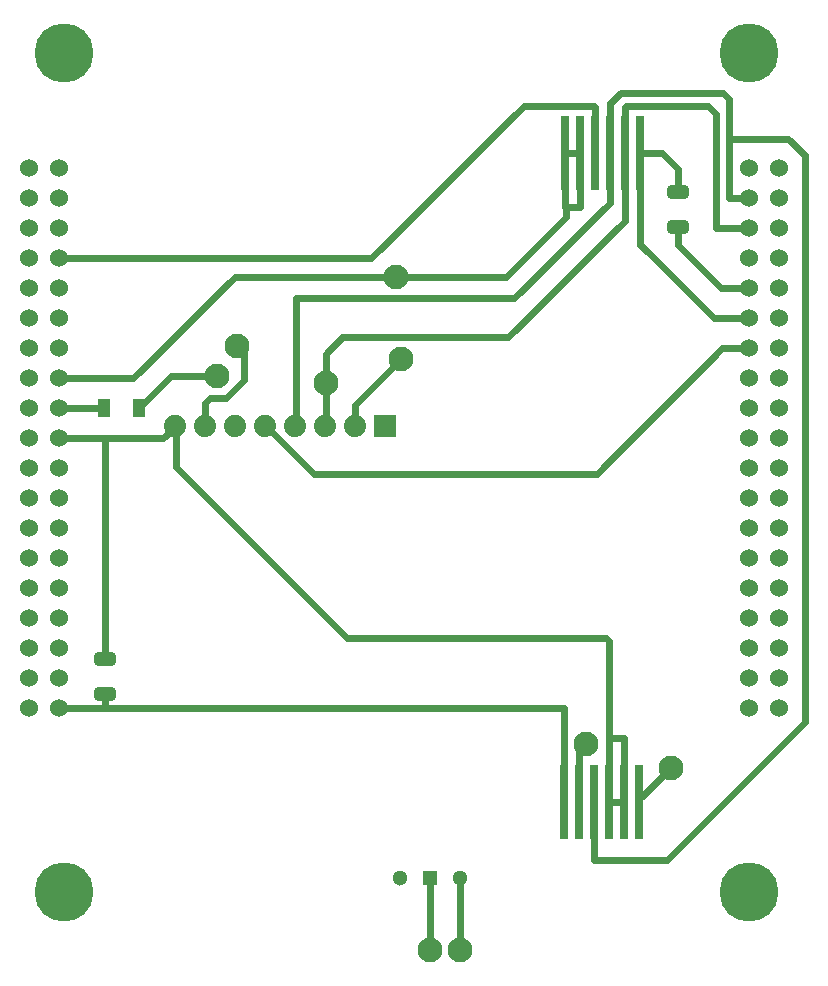
<source format=gbr>
%TF.GenerationSoftware,KiCad,Pcbnew,9.0.2*%
%TF.CreationDate,2025-05-16T17:18:38+02:00*%
%TF.ProjectId,PCB_accueil_STM,5043425f-6163-4637-9565-696c5f53544d,rev?*%
%TF.SameCoordinates,Original*%
%TF.FileFunction,Copper,L2,Bot*%
%TF.FilePolarity,Positive*%
%FSLAX46Y46*%
G04 Gerber Fmt 4.6, Leading zero omitted, Abs format (unit mm)*
G04 Created by KiCad (PCBNEW 9.0.2) date 2025-05-16 17:18:38*
%MOMM*%
%LPD*%
G01*
G04 APERTURE LIST*
G04 Aperture macros list*
%AMRoundRect*
0 Rectangle with rounded corners*
0 $1 Rounding radius*
0 $2 $3 $4 $5 $6 $7 $8 $9 X,Y pos of 4 corners*
0 Add a 4 corners polygon primitive as box body*
4,1,4,$2,$3,$4,$5,$6,$7,$8,$9,$2,$3,0*
0 Add four circle primitives for the rounded corners*
1,1,$1+$1,$2,$3*
1,1,$1+$1,$4,$5*
1,1,$1+$1,$6,$7*
1,1,$1+$1,$8,$9*
0 Add four rect primitives between the rounded corners*
20,1,$1+$1,$2,$3,$4,$5,0*
20,1,$1+$1,$4,$5,$6,$7,0*
20,1,$1+$1,$6,$7,$8,$9,0*
20,1,$1+$1,$8,$9,$2,$3,0*%
G04 Aperture macros list end*
%TA.AperFunction,ComponentPad*%
%ADD10C,1.524000*%
%TD*%
%TA.AperFunction,WasherPad*%
%ADD11C,5.000000*%
%TD*%
%TA.AperFunction,ComponentPad*%
%ADD12R,1.300000X1.300000*%
%TD*%
%TA.AperFunction,ComponentPad*%
%ADD13C,1.300000*%
%TD*%
%TA.AperFunction,ComponentPad*%
%ADD14R,1.879600X1.879600*%
%TD*%
%TA.AperFunction,ComponentPad*%
%ADD15C,1.879600*%
%TD*%
%TA.AperFunction,SMDPad,CuDef*%
%ADD16R,0.760000X6.350000*%
%TD*%
%TA.AperFunction,SMDPad,CuDef*%
%ADD17RoundRect,0.250000X0.650000X-0.325000X0.650000X0.325000X-0.650000X0.325000X-0.650000X-0.325000X0*%
%TD*%
%TA.AperFunction,SMDPad,CuDef*%
%ADD18R,1.000000X1.600000*%
%TD*%
%TA.AperFunction,SMDPad,CuDef*%
%ADD19RoundRect,0.250000X-0.650000X0.325000X-0.650000X-0.325000X0.650000X-0.325000X0.650000X0.325000X0*%
%TD*%
%TA.AperFunction,ViaPad*%
%ADD20C,2.100000*%
%TD*%
%TA.AperFunction,Conductor*%
%ADD21C,0.600000*%
%TD*%
G04 APERTURE END LIST*
D10*
%TO.P,CN7,1,I2C3_SDA/PB11*%
%TO.N,unconnected-(CN7-I2C3_SDA{slash}PB11-Pad1)*%
X123016000Y-70980000D03*
%TO.P,CN7,2,PB2*%
%TO.N,unconnected-(CN7-PB2-Pad2)*%
X125556000Y-70980000D03*
%TO.P,CN7,3,PC5*%
%TO.N,unconnected-(CN7-PC5-Pad3)*%
X123016000Y-73520000D03*
%TO.P,CN7,4,PE4*%
%TO.N,unconnected-(CN7-PE4-Pad4)*%
X125556000Y-73520000D03*
%TO.P,CN7,5,VCC*%
%TO.N,unconnected-(CN7-VCC-Pad5)*%
X123016000Y-76060000D03*
%TO.P,CN7,6,5V_EXT*%
%TO.N,unconnected-(CN7-5V_EXT-Pad6)*%
X125556000Y-76060000D03*
%TO.P,CN7,7,BOOT0*%
%TO.N,unconnected-(CN7-BOOT0-Pad7)*%
X123016000Y-78600000D03*
%TO.P,CN7,8,GND*%
%TO.N,GND*%
X125556000Y-78600000D03*
%TO.P,CN7,9*%
%TO.N,unconnected-(CN7-Pad9)*%
X123016000Y-81140000D03*
%TO.P,CN7,10*%
%TO.N,unconnected-(CN7-Pad10)*%
X125556000Y-81140000D03*
%TO.P,CN7,11*%
%TO.N,unconnected-(CN7-Pad11)*%
X123016000Y-83680000D03*
%TO.P,CN7,12,IOREF*%
%TO.N,unconnected-(CN7-IOREF-Pad12)*%
X125556000Y-83680000D03*
%TO.P,CN7,13,PA13*%
%TO.N,unconnected-(CN7-PA13-Pad13)*%
X123016000Y-86220000D03*
%TO.P,CN7,14,NRST*%
%TO.N,unconnected-(CN7-NRST-Pad14)*%
X125556000Y-86220000D03*
%TO.P,CN7,15,PA14*%
%TO.N,unconnected-(CN7-PA14-Pad15)*%
X123016000Y-88760000D03*
%TO.P,CN7,16,3V3*%
%TO.N,+3V3*%
X125556000Y-88760000D03*
%TO.P,CN7,17*%
%TO.N,unconnected-(CN7-Pad17)*%
X123016000Y-91300000D03*
%TO.P,CN7,18,5V*%
%TO.N,VBAT*%
X125556000Y-91300000D03*
%TO.P,CN7,19,GND*%
%TO.N,unconnected-(CN7-GND-Pad19)*%
X123016000Y-93840000D03*
%TO.P,CN7,20,GND*%
%TO.N,GND2*%
X125556000Y-93840000D03*
%TO.P,CN7,21*%
%TO.N,unconnected-(CN7-Pad21)*%
X123016000Y-96380000D03*
%TO.P,CN7,22*%
%TO.N,unconnected-(CN7-Pad22)*%
X125556000Y-96380000D03*
%TO.P,CN7,23*%
%TO.N,unconnected-(CN7-Pad23)*%
X123016000Y-98920000D03*
%TO.P,CN7,24,VIN*%
%TO.N,unconnected-(CN7-VIN-Pad24)*%
X125556000Y-98920000D03*
%TO.P,CN7,25,PC14*%
%TO.N,unconnected-(CN7-PC14-Pad25)*%
X123016000Y-101460000D03*
%TO.P,CN7,26*%
%TO.N,unconnected-(CN7-Pad26)*%
X125556000Y-101460000D03*
%TO.P,CN7,27,PC15*%
%TO.N,unconnected-(CN7-PC15-Pad27)*%
X123016000Y-104000000D03*
%TO.P,CN7,28,I2C3_SCL/PC0*%
%TO.N,unconnected-(CN7-I2C3_SCL{slash}PC0-Pad28)*%
X125556000Y-104000000D03*
%TO.P,CN7,29,OSC_IN*%
%TO.N,unconnected-(CN7-OSC_IN-Pad29)*%
X123016000Y-106540000D03*
%TO.P,CN7,30,I2C3_SDA/PC1*%
%TO.N,unconnected-(CN7-I2C3_SDA{slash}PC1-Pad30)*%
X125556000Y-106540000D03*
%TO.P,CN7,31,OSC_OUT*%
%TO.N,unconnected-(CN7-OSC_OUT-Pad31)*%
X123016000Y-109080000D03*
%TO.P,CN7,32,PA1*%
%TO.N,unconnected-(CN7-PA1-Pad32)*%
X125556000Y-109080000D03*
%TO.P,CN7,33,VBAT*%
%TO.N,unconnected-(CN7-VBAT-Pad33)*%
X123016000Y-111620000D03*
%TO.P,CN7,34,PA0*%
%TO.N,unconnected-(CN7-PA0-Pad34)*%
X125556000Y-111620000D03*
%TO.P,CN7,35*%
%TO.N,unconnected-(CN7-Pad35)*%
X123016000Y-114160000D03*
%TO.P,CN7,36,PC3*%
%TO.N,unconnected-(CN7-PC3-Pad36)*%
X125556000Y-114160000D03*
%TO.P,CN7,37*%
%TO.N,unconnected-(CN7-Pad37)*%
X123016000Y-116700000D03*
%TO.P,CN7,38,PC2*%
%TO.N,/temoin_connexion_bas*%
X125556000Y-116700000D03*
%TD*%
%TO.P,CN10,1,PC4*%
%TO.N,unconnected-(CN10-PC4-Pad1)*%
X183976000Y-70980000D03*
%TO.P,CN10,2*%
%TO.N,unconnected-(CN10-Pad2)*%
X186516000Y-70980000D03*
%TO.P,CN10,3,I2C1_SCL/PB8*%
%TO.N,/I2C_SCL*%
X183976000Y-73520000D03*
%TO.P,CN10,4,I2C3_SDA/PB4*%
%TO.N,unconnected-(CN10-I2C3_SDA{slash}PB4-Pad4)*%
X186516000Y-73520000D03*
%TO.P,CN10,5,I2C1_SDA/PB9*%
%TO.N,/I2C_SDA*%
X183976000Y-76060000D03*
%TO.P,CN10,6,PB7*%
%TO.N,unconnected-(CN10-PB7-Pad6)*%
X186516000Y-76060000D03*
%TO.P,CN10,7,AVDD*%
%TO.N,unconnected-(CN10-AVDD-Pad7)*%
X183976000Y-78600000D03*
%TO.P,CN10,8,5V_USB*%
%TO.N,unconnected-(CN10-5V_USB-Pad8)*%
X186516000Y-78600000D03*
%TO.P,CN10,9,GND*%
%TO.N,GND3*%
X183976000Y-81140000D03*
%TO.P,CN10,10*%
%TO.N,unconnected-(CN10-Pad10)*%
X186516000Y-81140000D03*
%TO.P,CN10,11,PA5*%
%TO.N,/temoin_connexion_haut*%
X183976000Y-83680000D03*
%TO.P,CN10,12*%
%TO.N,unconnected-(CN10-Pad12)*%
X186516000Y-83680000D03*
%TO.P,CN10,13,PA6*%
%TO.N,/INT_LOW_BAT*%
X183976000Y-86220000D03*
%TO.P,CN10,14*%
%TO.N,unconnected-(CN10-Pad14)*%
X186516000Y-86220000D03*
%TO.P,CN10,15,I2C3_SCL/PA7*%
%TO.N,unconnected-(CN10-I2C3_SCL{slash}PA7-Pad15)*%
X183976000Y-88760000D03*
%TO.P,CN10,16,PB12*%
%TO.N,unconnected-(CN10-PB12-Pad16)*%
X186516000Y-88760000D03*
%TO.P,CN10,17,PA4*%
%TO.N,unconnected-(CN10-PA4-Pad17)*%
X183976000Y-91300000D03*
%TO.P,CN10,18*%
%TO.N,unconnected-(CN10-Pad18)*%
X186516000Y-91300000D03*
%TO.P,CN10,19,I2C1_SCL/PA9*%
%TO.N,unconnected-(CN10-I2C1_SCL{slash}PA9-Pad19)*%
X183976000Y-93840000D03*
%TO.P,CN10,20,GND*%
%TO.N,unconnected-(CN10-GND-Pad20)*%
X186516000Y-93840000D03*
%TO.P,CN10,21,PC12*%
%TO.N,unconnected-(CN10-PC12-Pad21)*%
X183976000Y-96380000D03*
%TO.P,CN10,22,LED2/PB0*%
%TO.N,unconnected-(CN10-LED2{slash}PB0-Pad22)*%
X186516000Y-96380000D03*
%TO.P,CN10,23,PC13*%
%TO.N,unconnected-(CN10-PC13-Pad23)*%
X183976000Y-98920000D03*
%TO.P,CN10,24,LED3/PB1*%
%TO.N,unconnected-(CN10-LED3{slash}PB1-Pad24)*%
X186516000Y-98920000D03*
%TO.P,CN10,25,PA8*%
%TO.N,unconnected-(CN10-PA8-Pad25)*%
X183976000Y-101460000D03*
%TO.P,CN10,26,PB15*%
%TO.N,unconnected-(CN10-PB15-Pad26)*%
X186516000Y-101460000D03*
%TO.P,CN10,27,PA15*%
%TO.N,unconnected-(CN10-PA15-Pad27)*%
X183976000Y-104000000D03*
%TO.P,CN10,28,I2C3_SDA/PB14*%
%TO.N,unconnected-(CN10-I2C3_SDA{slash}PB14-Pad28)*%
X186516000Y-104000000D03*
%TO.P,CN10,29,PC10*%
%TO.N,unconnected-(CN10-PC10-Pad29)*%
X183976000Y-106540000D03*
%TO.P,CN10,30,I2C3_SCL/PB13*%
%TO.N,unconnected-(CN10-I2C3_SCL{slash}PB13-Pad30)*%
X186516000Y-106540000D03*
%TO.P,CN10,31,I2C1_SDA/PA10*%
%TO.N,unconnected-(CN10-I2C1_SDA{slash}PA10-Pad31)*%
X183976000Y-109080000D03*
%TO.P,CN10,32,AGND*%
%TO.N,unconnected-(CN10-AGND-Pad32)*%
X186516000Y-109080000D03*
%TO.P,CN10,33,PC6*%
%TO.N,unconnected-(CN10-PC6-Pad33)*%
X183976000Y-111620000D03*
%TO.P,CN10,34,PB6*%
%TO.N,unconnected-(CN10-PB6-Pad34)*%
X186516000Y-111620000D03*
%TO.P,CN10,35,PA2*%
%TO.N,unconnected-(CN10-PA2-Pad35)*%
X183976000Y-114160000D03*
%TO.P,CN10,36,PD0*%
%TO.N,unconnected-(CN10-PD0-Pad36)*%
X186516000Y-114160000D03*
%TO.P,CN10,37,PA3*%
%TO.N,unconnected-(CN10-PA3-Pad37)*%
X183976000Y-116700000D03*
%TO.P,CN10,38,PD1*%
%TO.N,unconnected-(CN10-PD1-Pad38)*%
X186516000Y-116700000D03*
%TD*%
D11*
%TO.P,1PIN,*%
%TO.N,*%
X126016000Y-132200000D03*
%TD*%
%TO.P,1PIN,*%
%TO.N,*%
X184016000Y-132200000D03*
%TD*%
D12*
%TO.P,S1,1,COM*%
%TO.N,Net-(J3-Pin_7)*%
X156972000Y-131064000D03*
D13*
%TO.P,S1,2,NO*%
%TO.N,Net-(D1-A)*%
X159512000Y-131064000D03*
%TO.P,S1,3,NC*%
%TO.N,unconnected-(S1-NC-Pad3)*%
X154432000Y-131064000D03*
%TD*%
D11*
%TO.P,1PIN,*%
%TO.N,*%
X184016000Y-61200000D03*
%TD*%
D14*
%TO.P,J3,1,Pin_1*%
%TO.N,unconnected-(J3-Pin_1-Pad1)*%
X153212800Y-92798900D03*
D15*
%TO.P,J3,2,Pin_2*%
%TO.N,+3V3*%
X150672800Y-92798900D03*
%TO.P,J3,3,Pin_3*%
%TO.N,/I2C_SDA*%
X148132800Y-92798900D03*
%TO.P,J3,4,Pin_4*%
%TO.N,/I2C_SCL*%
X145592800Y-92798900D03*
%TO.P,J3,5,Pin_5*%
%TO.N,/INT_LOW_BAT*%
X143052800Y-92798900D03*
%TO.P,J3,6,Pin_6*%
%TO.N,unconnected-(J3-Pin_6-Pad6)*%
X140512800Y-92798900D03*
%TO.P,J3,7,Pin_7*%
%TO.N,Net-(J3-Pin_7)*%
X137972800Y-92798900D03*
%TO.P,J3,8,Pin_8*%
%TO.N,GND2*%
X135432800Y-92798900D03*
%TD*%
D11*
%TO.P,1PIN,*%
%TO.N,*%
X126016000Y-61195600D03*
%TD*%
D16*
%TO.P,J2,1*%
%TO.N,+3V3*%
X174711000Y-124635000D03*
%TO.P,J2,2*%
%TO.N,GND2*%
X173441000Y-124635000D03*
%TO.P,J2,3*%
X172171000Y-124635000D03*
%TO.P,J2,4*%
%TO.N,/I2C_SCL*%
X170901000Y-124635000D03*
%TO.P,J2,5*%
%TO.N,/I2C_SDA*%
X169631000Y-124635000D03*
%TO.P,J2,6*%
%TO.N,/temoin_connexion_bas*%
X168361000Y-124635000D03*
%TD*%
D17*
%TO.P,R2,1*%
%TO.N,/temoin_connexion_bas*%
X129500000Y-115475000D03*
%TO.P,R2,2*%
%TO.N,GND2*%
X129500000Y-112525000D03*
%TD*%
D18*
%TO.P,D1,1,K*%
%TO.N,VBAT*%
X129386200Y-91287600D03*
%TO.P,D1,2,A*%
%TO.N,Net-(D1-A)*%
X132386200Y-91287600D03*
%TD*%
D16*
%TO.P,J1,1*%
%TO.N,+3V3*%
X168427400Y-69631340D03*
%TO.P,J1,2*%
X169697400Y-69631340D03*
%TO.P,J1,3*%
%TO.N,GND*%
X170967400Y-69631340D03*
%TO.P,J1,4*%
%TO.N,/I2C_SCL*%
X172237400Y-69631340D03*
%TO.P,J1,5*%
%TO.N,/I2C_SDA*%
X173507400Y-69631340D03*
%TO.P,J1,6*%
%TO.N,/temoin_connexion_haut*%
X174777400Y-69631340D03*
%TD*%
D19*
%TO.P,R1,2*%
%TO.N,GND3*%
X178000000Y-75950000D03*
%TO.P,R1,1*%
%TO.N,/temoin_connexion_haut*%
X178000000Y-73000000D03*
%TD*%
D20*
%TO.N,+3V3*%
X154152600Y-80137000D03*
X177368200Y-121742200D03*
X154508200Y-87143200D03*
%TO.N,/I2C_SDA*%
X170230800Y-119710200D03*
X148158200Y-89154000D03*
%TO.N,Net-(J3-Pin_7)*%
X156962487Y-137161903D03*
X140614400Y-86000200D03*
%TO.N,Net-(D1-A)*%
X159562489Y-137159962D03*
X138963400Y-88595200D03*
%TD*%
D21*
%TO.N,/temoin_connexion_haut*%
X178000000Y-73000000D02*
X178000000Y-71000000D01*
X178000000Y-71000000D02*
X176631340Y-69631340D01*
X176631340Y-69631340D02*
X174777400Y-69631340D01*
%TO.N,GND3*%
X178000000Y-75950000D02*
X178000000Y-77500000D01*
X178000000Y-77500000D02*
X181640000Y-81140000D01*
X181640000Y-81140000D02*
X183976000Y-81140000D01*
%TO.N,/I2C_SCL*%
X182321200Y-65100200D02*
X182321200Y-68461002D01*
X177038000Y-129540000D02*
X170901000Y-129540000D01*
X172237400Y-73888600D02*
X172237400Y-69631340D01*
X170901000Y-129540000D02*
X170901000Y-124635000D01*
X173141765Y-64556340D02*
X181777340Y-64556340D01*
X182321200Y-73520000D02*
X182321200Y-68461002D01*
X164139000Y-81987000D02*
X172237400Y-73888600D01*
X182321200Y-73520000D02*
X183976000Y-73520000D01*
X172237400Y-65460705D02*
X173141765Y-64556340D01*
X172237400Y-69631340D02*
X172237400Y-65460705D01*
X187333002Y-68461002D02*
X188722000Y-69850000D01*
X145618200Y-92786200D02*
X145618200Y-81987000D01*
X181777340Y-64556340D02*
X182321200Y-65100200D01*
X188722000Y-69850000D02*
X188722000Y-117856000D01*
X145618200Y-81987000D02*
X164139000Y-81987000D01*
X188722000Y-117856000D02*
X177038000Y-129540000D01*
X182321200Y-68461002D02*
X187333002Y-68461002D01*
%TO.N,GND*%
X170967400Y-65746340D02*
X170877400Y-65656340D01*
X170877400Y-65656340D02*
X164975660Y-65656340D01*
X170967400Y-69631340D02*
X170967400Y-65746340D01*
X164975660Y-65656340D02*
X152032000Y-78600000D01*
X125556000Y-78600000D02*
X152032000Y-78600000D01*
%TO.N,/temoin_connexion_bas*%
X168361000Y-116700000D02*
X150876000Y-116700000D01*
X129500000Y-116700000D02*
X125556000Y-116700000D01*
X150876000Y-116700000D02*
X129500000Y-116700000D01*
X168361000Y-124635000D02*
X168361000Y-116700000D01*
X129500000Y-115475000D02*
X129500000Y-116700000D01*
%TO.N,+3V3*%
X168427400Y-69631340D02*
X169697400Y-69631340D01*
X168465500Y-74256900D02*
X168427400Y-74218800D01*
X168465500Y-74256900D02*
X169697400Y-74256900D01*
X174711000Y-124399400D02*
X177368200Y-121742200D01*
X154508200Y-87143200D02*
X150672800Y-90978600D01*
X163398200Y-80137000D02*
X168465500Y-75069700D01*
X168465500Y-75069700D02*
X168465500Y-74256900D01*
X154152600Y-80137000D02*
X163398200Y-80137000D01*
X140487400Y-80137000D02*
X131864400Y-88760000D01*
X168427400Y-74218800D02*
X168427400Y-69631340D01*
X154152600Y-80137000D02*
X140487400Y-80137000D01*
X174711000Y-124635000D02*
X174711000Y-124399400D01*
X131864400Y-88760000D02*
X125556000Y-88760000D01*
X150672800Y-90978600D02*
X150672800Y-92798900D01*
X169697400Y-74256900D02*
X169697400Y-69631340D01*
%TO.N,/I2C_SDA*%
X181221200Y-66362400D02*
X181221200Y-76060000D01*
X173507400Y-69631340D02*
X173507400Y-65746340D01*
X173507400Y-65746340D02*
X173597400Y-65656340D01*
X148158200Y-86664800D02*
X149529800Y-85293200D01*
X181221200Y-76060000D02*
X183976000Y-76060000D01*
X173507400Y-75412600D02*
X173507400Y-69631340D01*
X173597400Y-65656340D02*
X180515140Y-65656340D01*
X163626800Y-85293200D02*
X173507400Y-75412600D01*
X180515140Y-65656340D02*
X181221200Y-66362400D01*
X169631000Y-120310000D02*
X170230800Y-119710200D01*
X148158200Y-92786200D02*
X148158200Y-86664800D01*
X169631000Y-124635000D02*
X169631000Y-120310000D01*
X149529800Y-85293200D02*
X163626800Y-85293200D01*
%TO.N,GND3*%
X183836000Y-81280000D02*
X183976000Y-81140000D01*
%TO.N,/INT_LOW_BAT*%
X147167600Y-96875600D02*
X171094400Y-96875600D01*
X171094400Y-96875600D02*
X181750000Y-86220000D01*
X143078200Y-92786200D02*
X147167600Y-96875600D01*
X181750000Y-86220000D02*
X183976000Y-86220000D01*
%TO.N,Net-(J3-Pin_7)*%
X156972000Y-137152390D02*
X156972000Y-131064000D01*
X156962487Y-137161903D02*
X156972000Y-137152390D01*
X141249400Y-88925496D02*
X139729696Y-90445200D01*
X138332600Y-90445200D02*
X137972800Y-90805000D01*
X140614400Y-86000200D02*
X141249400Y-86635200D01*
X141249400Y-86635200D02*
X141249400Y-88925496D01*
X139729696Y-90445200D02*
X138332600Y-90445200D01*
X137972800Y-90805000D02*
X137972800Y-92798900D01*
%TO.N,GND2*%
X172171000Y-111015634D02*
X172171000Y-119232500D01*
X134404400Y-93840000D02*
X135458200Y-92786200D01*
X173441000Y-124635000D02*
X173441000Y-119232500D01*
X171899366Y-110744000D02*
X172171000Y-111015634D01*
X149960000Y-110744000D02*
X171899366Y-110744000D01*
X172171000Y-124635000D02*
X172171000Y-119232500D01*
X135458200Y-96242200D02*
X149960000Y-110744000D01*
X172171000Y-119232500D02*
X173441000Y-119232500D01*
X129500000Y-112525000D02*
X129500000Y-93840000D01*
X125556000Y-93840000D02*
X129500000Y-93840000D01*
X172171000Y-124635000D02*
X173441000Y-124635000D01*
X135458200Y-92786200D02*
X135458200Y-96242200D01*
X129500000Y-93840000D02*
X134404400Y-93840000D01*
%TO.N,VBAT*%
X125568400Y-91287600D02*
X125556000Y-91300000D01*
X129386200Y-91287600D02*
X125568400Y-91287600D01*
%TO.N,Net-(D1-A)*%
X135078600Y-88595200D02*
X138963400Y-88595200D01*
X159562800Y-137159651D02*
X159562800Y-131114800D01*
X159562489Y-137159962D02*
X159562800Y-137159651D01*
X159562800Y-131114800D02*
X159512000Y-131064000D01*
X132386200Y-91287600D02*
X135078600Y-88595200D01*
%TO.N,/temoin_connexion_haut*%
X175416400Y-78083600D02*
X181012800Y-83680000D01*
X174777400Y-69631340D02*
X174777400Y-77444600D01*
X181012800Y-83680000D02*
X183976000Y-83680000D01*
X175832800Y-78500000D02*
X175416400Y-78083600D01*
X174777400Y-77444600D02*
X175416400Y-78083600D01*
%TD*%
M02*

</source>
